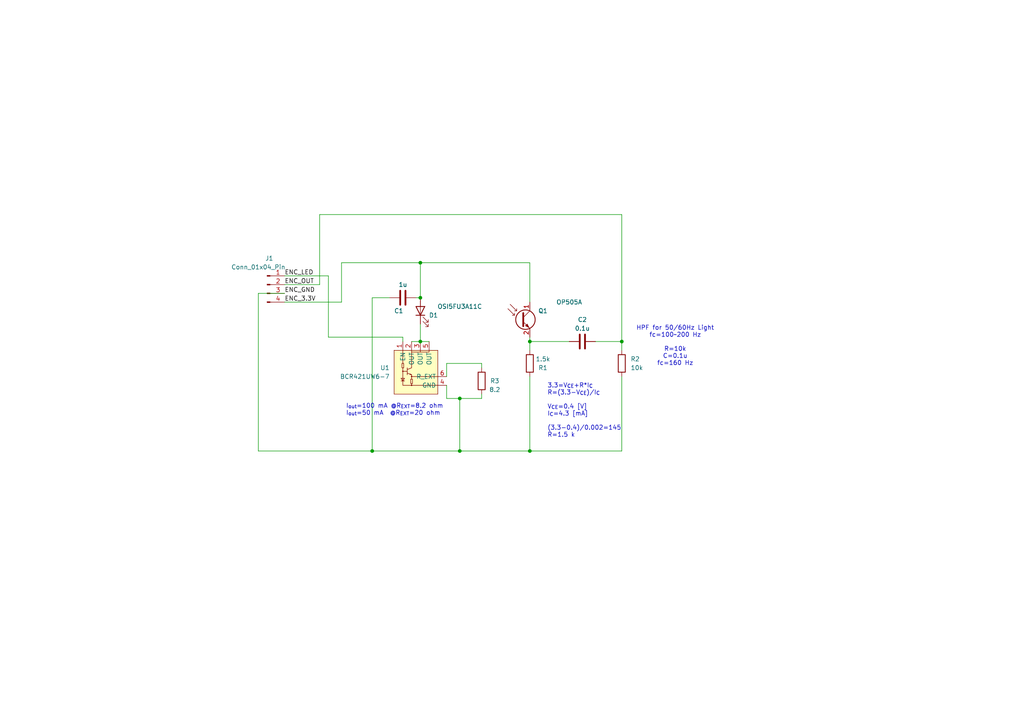
<source format=kicad_sch>
(kicad_sch (version 20231120) (generator "eeschema") (generator_version "8.0")
  (paper "A4")
  (lib_symbols
    (symbol "Connector:Conn_01x04_Pin" (pin_names (offset 1.016) hide)
      (property "Reference" "J" (at 0 5.08 0))
      (property "Value" "Conn_01x04_Pin" (at 0 -7.62 0))
      (symbol "Conn_01x04_Pin_1_1"
        (polyline (pts (xy 1.27 -5.08) (xy 0.8636 -5.08)) (stroke (width 0.1524)))
        (polyline (pts (xy 1.27 -2.54) (xy 0.8636 -2.54)) (stroke (width 0.1524)))
        (polyline (pts (xy 1.27 0) (xy 0.8636 0)) (stroke (width 0.1524)))
        (polyline (pts (xy 1.27 2.54) (xy 0.8636 2.54)) (stroke (width 0.1524)))
        (rectangle (start 0.8636 -4.953) (end 0 -5.207) (stroke (width 0.1524)) (fill (type outline)))
        (rectangle (start 0.8636 -2.413) (end 0 -2.667) (stroke (width 0.1524)) (fill (type outline)))
        (rectangle (start 0.8636 0.127) (end 0 -0.127) (stroke (width 0.1524)) (fill (type outline)))
        (rectangle (start 0.8636 2.667) (end 0 2.413) (stroke (width 0.1524)) (fill (type outline)))
        (pin passive line (at 5.08 2.54 180) (length 3.81) (name "Pin_1") (number "1"))
        (pin passive line (at 5.08 0 180) (length 3.81) (name "Pin_2") (number "2"))
        (pin passive line (at 5.08 -2.54 180) (length 3.81) (name "Pin_3") (number "3"))
        (pin passive line (at 5.08 -5.08 180) (length 3.81) (name "Pin_4") (number "4"))
      )
    )
    (symbol "Device:C" (pin_numbers hide) (pin_names (offset 0.254))
      (property "Reference" "C" (at 0.635 2.54 0))
      (property "Value" "C" (at 0.635 -2.54 0))
      (symbol "C_0_1"
        (polyline (pts (xy -2.032 -0.762) (xy 2.032 -0.762)) (stroke (width 0.508)))
        (polyline (pts (xy -2.032 0.762) (xy 2.032 0.762)) (stroke (width 0.508)))
      )
      (symbol "C_1_1"
        (pin passive line (at 0 3.81 270) (length 2.794) (name "~") (number "1"))
        (pin passive line (at 0 -3.81 90) (length 2.794) (name "~") (number "2"))
      )
    )
    (symbol "Device:LED" (pin_numbers hide) (pin_names (offset 1.016) hide)
      (property "Reference" "D" (at 0 2.54 0))
      (property "Value" "LED" (at 0 -2.54 0))
      (symbol "LED_0_1"
        (polyline (pts (xy -1.27 -1.27) (xy -1.27 1.27)) (stroke (width 0.254)))
        (polyline (pts (xy -1.27 0) (xy 1.27 0)))
        (polyline (pts (xy 1.27 -1.27) (xy 1.27 1.27) (xy -1.27 0) (xy 1.27 -1.27)) (stroke (width 0.254)))
        (polyline (pts (xy -3.048 -0.762) (xy -4.572 -2.286) (xy -3.81 -2.286) (xy -4.572 -2.286) (xy -4.572 -1.524)))
        (polyline (pts (xy -1.778 -0.762) (xy -3.302 -2.286) (xy -2.54 -2.286) (xy -3.302 -2.286) (xy -3.302 -1.524)))
      )
      (symbol "LED_1_1"
        (pin passive line (at -3.81 0 0) (length 2.54) (name "K") (number "1"))
        (pin passive line (at 3.81 0 180) (length 2.54) (name "A") (number "2"))
      )
    )
    (symbol "Device:Q_Photo_NPN" (pin_names (offset 0) hide)
      (property "Reference" "Q" (at 5.08 1.27 0))
      (property "Value" "Q_Photo_NPN" (at 5.08 -1.27 0))
      (symbol "Q_Photo_NPN_0_1"
        (polyline (pts (xy -1.905 1.27) (xy -2.54 1.27)))
        (polyline (pts (xy -1.27 2.54) (xy -1.905 2.54)))
        (polyline (pts (xy 0.635 0.635) (xy 2.54 2.54)))
        (polyline (pts (xy -3.81 3.175) (xy -1.905 1.27) (xy -1.905 1.905)))
        (polyline (pts (xy -3.175 4.445) (xy -1.27 2.54) (xy -1.27 3.175)))
        (polyline (pts (xy 0.635 -0.635) (xy 2.54 -2.54) (xy 2.54 -2.54)))
        (polyline (pts (xy 0.635 1.905) (xy 0.635 -1.905) (xy 0.635 -1.905)) (stroke (width 0.508)))
        (polyline (pts (xy 1.27 -1.778) (xy 1.778 -1.27) (xy 2.286 -2.286) (xy 1.27 -1.778) (xy 1.27 -1.778)) (fill (type outline)))
        (circle (center 1.27 0) (radius 2.8194) (stroke (width 0.254)))
      )
      (symbol "Q_Photo_NPN_1_1"
        (pin passive line (at 2.54 5.08 270) (length 2.54) (name "C") (number "1"))
        (pin passive line (at 2.54 -5.08 90) (length 2.54) (name "E") (number "2"))
      )
    )
    (symbol "Device:R" (pin_numbers hide) (pin_names (offset 0))
      (property "Reference" "R" (at 2.032 0 90))
      (property "Value" "R" (at 0 0 90))
      (symbol "R_0_1"
        (rectangle (start -1.016 -2.54) (end 1.016 2.54) (stroke (width 0.254)))
      )
      (symbol "R_1_1"
        (pin passive line (at 0 3.81 270) (length 1.27) (name "~") (number "1"))
        (pin passive line (at 0 -3.81 90) (length 1.27) (name "~") (number "2"))
      )
    )
    (symbol "wall_sensor:BCR421UW6-7"
      (property "Reference" "U" (at -4.064 1.27 0))
      (property "Value" "BCR421UW6-7" (at -8.001 -1.143 0))
      (symbol "BCR421UW6-7_0_1"
        (polyline (pts (xy 2.032 -8.89) (xy 3.048 -8.89)))
        (polyline (pts (xy 2.54 -3.81) (xy 2.54 0)))
        (polyline (pts (xy 3.81 -6.604) (xy 5.08 -7.112)))
        (polyline (pts (xy 3.81 -6.096) (xy 2.54 -6.096)))
        (polyline (pts (xy 3.81 -5.08) (xy 3.81 -7.112)))
        (polyline (pts (xy 5.08 -7.62) (xy 5.08 -8.382)))
        (polyline (pts (xy 7.62 0) (xy 7.62 -0.508)))
        (polyline (pts (xy 5.08 -10.16) (xy 2.54 -10.16) (xy 2.54 -5.08)))
        (polyline (pts (xy 5.08 -9.652) (xy 5.08 -10.16) (xy 12.7 -10.16)))
        (polyline (pts (xy 5.08 -7.112) (xy 5.08 -7.62) (xy 12.7 -7.62)))
        (polyline (pts (xy 5.08 -0.508) (xy 5.08 -5.08) (xy 3.81 -5.588)))
        (polyline (pts (xy 2.032 -8.128) (xy 3.048 -8.128) (xy 2.54 -8.89) (xy 2.032 -8.128)))
        (polyline (pts (xy 4.699 -6.858) (xy 5.08 -7.112) (xy 4.572 -6.985) (xy 4.699 -6.858)))
        (polyline (pts (xy 10.16 0) (xy 10.16 -0.508) (xy 5.08 -0.508) (xy 5.08 0)))
        (rectangle (start 2.286 -3.81) (end 2.794 -5.08))
        (circle (center 2.54 -6.096) (radius 0.127))
        (rectangle (start 4.826 -8.382) (end 5.334 -9.652))
        (circle (center 5.08 -10.16) (radius 0.127))
        (circle (center 5.08 -7.62) (radius 0.127))
      )
      (symbol "BCR421UW6-7_1_1"
        (rectangle (start 0 0) (end 12.7 -12.7) (fill (type background)))
        (pin input line (at 2.54 2.54 270) (length 2.54) (name "EN") (number "1"))
        (pin output line (at 5.08 2.54 270) (length 2.54) (name "OUT") (number "2"))
        (pin output line (at 7.62 2.54 270) (length 2.54) (name "OUT") (number "3"))
        (pin power_in line (at 15.24 -10.16 180) (length 2.54) (name "GND") (number "4"))
        (pin output line (at 10.16 2.54 270) (length 2.54) (name "OUT") (number "5"))
        (pin passive line (at 15.24 -7.62 180) (length 2.54) (name "R_EXT") (number "6"))
      )
    )
  )
  (junction (at 133.35 130.81))
  (junction (at 153.67 130.81))
  (junction (at 180.34 99.06))
  (junction (at 121.92 86.36))
  (junction (at 121.92 99.06))
  (junction (at 121.92 76.2))
  (junction (at 107.95 130.81))
  (junction (at 153.67 99.06))
  (junction (at 133.35 115.57))
  (wire (pts (xy 74.93 130.81) (xy 107.95 130.81)))
  (wire (pts (xy 92.71 62.23) (xy 180.34 62.23)))
  (wire (pts (xy 165.1 99.06) (xy 153.67 99.06)))
  (wire (pts (xy 74.93 85.09) (xy 74.93 130.81)))
  (wire (pts (xy 129.54 115.57) (xy 133.35 115.57)))
  (wire (pts (xy 107.95 86.36) (xy 107.95 130.81)))
  (wire (pts (xy 180.34 101.6) (xy 180.34 99.06)))
  (wire (pts (xy 82.55 80.01) (xy 95.25 80.01)))
  (wire (pts (xy 121.92 93.98) (xy 121.92 99.06)))
  (wire (pts (xy 121.92 99.06) (xy 124.46 99.06)))
  (wire (pts (xy 116.84 97.79) (xy 116.84 99.06)))
  (wire (pts (xy 133.35 115.57) (xy 133.35 130.81)))
  (wire (pts (xy 129.54 111.76) (xy 129.54 115.57)))
  (wire (pts (xy 133.35 130.81) (xy 153.67 130.81)))
  (wire (pts (xy 95.25 97.79) (xy 116.84 97.79)))
  (wire (pts (xy 139.7 105.41) (xy 139.7 106.68)))
  (wire (pts (xy 92.71 82.55) (xy 82.55 82.55)))
  (wire (pts (xy 82.55 85.09) (xy 74.93 85.09)))
  (wire (pts (xy 139.7 114.3) (xy 139.7 115.57)))
  (wire (pts (xy 129.54 105.41) (xy 139.7 105.41)))
  (wire (pts (xy 119.38 99.06) (xy 121.92 99.06)))
  (wire (pts (xy 121.92 76.2) (xy 121.92 86.36)))
  (wire (pts (xy 95.25 80.01) (xy 95.25 97.79)))
  (wire (pts (xy 153.67 101.6) (xy 153.67 99.06)))
  (wire (pts (xy 129.54 109.22) (xy 129.54 105.41)))
  (wire (pts (xy 153.67 76.2) (xy 121.92 76.2)))
  (wire (pts (xy 153.67 130.81) (xy 180.34 130.81)))
  (wire (pts (xy 82.55 87.63) (xy 99.06 87.63)))
  (wire (pts (xy 121.92 76.2) (xy 99.06 76.2)))
  (wire (pts (xy 99.06 76.2) (xy 99.06 87.63)))
  (wire (pts (xy 139.7 115.57) (xy 133.35 115.57)))
  (wire (pts (xy 107.95 130.81) (xy 133.35 130.81)))
  (wire (pts (xy 120.65 86.36) (xy 121.92 86.36)))
  (wire (pts (xy 153.67 109.22) (xy 153.67 130.81)))
  (wire (pts (xy 180.34 109.22) (xy 180.34 130.81)))
  (wire (pts (xy 92.71 62.23) (xy 92.71 82.55)))
  (wire (pts (xy 107.95 86.36) (xy 113.03 86.36)))
  (wire (pts (xy 153.67 97.79) (xy 153.67 99.06)))
  (wire (pts (xy 153.67 76.2) (xy 153.67 87.63)))
  (wire (pts (xy 180.34 62.23) (xy 180.34 99.06)))
  (wire (pts (xy 172.72 99.06) (xy 180.34 99.06)))
  (text "HPF for 50/60Hz Light\nfc=100~200 Hz\n\nR=10k\nC=0.1u\nfc=160 Hz" (at 195.834 100.33 0) (effects (font (size 1.27 1.27))))
  (text "3.3=V_{CE}+R*I_{C}\nR=(3.3-V_{CE})/I_{C}\n\nV_{CE}=0.4 [V]\nI_{C}=4.3 [mA]\n\n(3.3-0.4)/0.002=145\nR=1.5 k" (at 158.75 127 0) (effects (font (size 1.27 1.27)) (justify left bottom)))
  (text "I_{out}=100 mA @R_{EXT}=8.2 ohm \nI_{out}=50 mA  @R_{EXT}=20 ohm \n" (at 100.33 120.65 0) (effects (font (size 1.27 1.27)) (justify left bottom)))
  (label "ENC_GND" (at 82.55 85.09 0))
  (label "ENC_LED" (at 82.55 80.01 0))
  (label "ENC_OUT" (at 82.55 82.55 0))
  (label "ENC_3.3V" (at 82.55 87.63 0))
  (symbol (lib_id "Connector:Conn_01x04_Pin") (at 77.47 82.55 0) (unit 1)
    (property "Reference" "J1" (at 78.105 74.93 0))
    (property "Value" "Conn_01x04_Pin" (at 74.93 77.47 0))
    (property "Footprint" "makyi_mouse:wall_sensor_board" (effects (hide yes)))
    (property "check_order" "-" (effects (hide yes)))
    (instances (project "wall_sensor_v2" (path "" (reference "J1") (unit 1))) (project "wall_sensor" (path "" (reference "J4") (unit 1))) (project "makyi_mouse" (path "" (reference "J9") (unit 1)) (path "" (reference "J2") (unit 1)) (path "" (reference "J4") (unit 1)) (path "" (reference "J7") (unit 1))))
  )
  (symbol (lib_id "Device:C") (at 168.91 99.06 270) (unit 1)
    (property "Reference" "C2" (at 168.91 92.71 90))
    (property "Value" "0.1u" (at 168.91 95.25 90))
    (property "Footprint" "Capacitor_SMD:C_0402_1005Metric" (effects (hide yes)))
    (property "order_URL" "https://www.digikey.jp/ja/products/detail/murata-electronics/GRM155R61E105KA12D/4905139" (effects (hide yes)))
    (property "check_order" "ok" (effects (hide yes)))
    (instances (project "wall_sensor_v2" (path "" (reference "C2") (unit 1))) (project "wall_sensor" (path "" (reference "C2") (unit 1))) (project "makyi_mouse" (path "" (reference "C15") (unit 1)) (path "" (reference "C9") (unit 1)) (path "" (reference "C11") (unit 1)) (path "" (reference "C13") (unit 1))))
  )
  (symbol (lib_id "Device:LED") (at 121.92 90.17 90) (unit 1)
    (property "Reference" "D1" (at 125.73 91.44 90))
    (property "Value" "OSI5FU3A11C" (at 133.35 88.9 90))
    (property "Footprint" "makyi_mouse:LED" (effects (hide yes)))
    (property "Datasheet" "https://akizukidenshi.com/goodsaffix/OSI5FU3A11C.pdf" (effects (hide yes)))
    (property "order_URL" "https://akizukidenshi.com/catalog/g/g104313/" (effects (hide yes)))
    (property "check_order" "aki" (effects (hide yes)))
    (instances (project "wall_sensor_v2" (path "" (reference "D1") (unit 1))) (project "wall_sensor" (path "" (reference "D1") (unit 1))) (project "makyi_mouse" (path "" (reference "D6") (unit 1)) (path "" (reference "D3") (unit 1)) (path "" (reference "D4") (unit 1)) (path "" (reference "D5") (unit 1))))
  )
  (symbol (lib_id "Device:R") (at 139.7 110.49 180) (unit 1)
    (property "Reference" "R3" (at 143.51 110.49 0))
    (property "Value" "8.2" (at 143.51 113.03 0))
    (property "Footprint" "Resistor_SMD:R_0402_1005Metric" (effects (hide yes)))
    (property "order_URL" "https://www.digikey.jp/ja/products/detail/yageo/RC0402FR-078R2L/5917766" (effects (hide yes)))
    (property "check_order" "-" (effects (hide yes)))
    (instances (project "wall_sensor_v2" (path "" (reference "R3") (unit 1))) (project "wall_sensor" (path "" (reference "R4") (unit 1))) (project "makyi_mouse" (path "" (reference "R19") (unit 1)) (path "" (reference "R10") (unit 1)) (path "" (reference "R13") (unit 1)) (path "" (reference "R16") (unit 1))))
  )
  (symbol (lib_id "Device:Q_Photo_NPN") (at 151.13 92.71 0) (unit 1)
    (property "Reference" "Q1" (at 157.48 90.17 0))
    (property "Value" "OP505A" (at 165.1 87.63 0))
    (property "Footprint" "makyi_mouse:LED_photo_tr" (effects (hide yes)))
    (property "Datasheet" "https://www.ttelectronics.com/TTElectronics/media/ProductFiles/Datasheet/OP505-506-535-705.pdf" (effects (hide yes)))
    (property "order_URL" "https://www.digikey.jp/ja/products/detail/tt-electronics-optek-technology/OP505A/498692" (effects (hide yes)))
    (property "check_order" "ok" (effects (hide yes)))
    (instances (project "wall_sensor_v2" (path "" (reference "Q1") (unit 1))) (project "wall_sensor" (path "" (reference "Q1") (unit 1))) (project "makyi_mouse" (path "" (reference "Q6") (unit 1)) (path "" (reference "Q3") (unit 1)) (path "" (reference "Q4") (unit 1)) (path "" (reference "Q5") (unit 1))))
  )
  (symbol (lib_id "Device:R") (at 180.34 105.41 0) (unit 1)
    (property "Reference" "R2" (at 182.88 104.1399 0) (effects (justify left)))
    (property "Value" "10k" (at 182.88 106.6799 0) (effects (justify left)))
    (property "Footprint" "Resistor_SMD:R_0402_1005Metric" (effects (hide yes)))
    (property "order_URL" "https://www.digikey.jp/ja/products/detail/yageo/RC0402FR-074K3L/726604" (effects (hide yes)))
    (property "check_order" "-" (effects (hide yes)))
    (instances (project "wall_sensor_v2" (path "" (reference "R2") (unit 1))) (project "wall_sensor" (path "" (reference "R2") (unit 1))) (project "makyi_mouse" (path "" (reference "R18") (unit 1)) (path "" (reference "R9") (unit 1)) (path "" (reference "R12") (unit 1)) (path "" (reference "R15") (unit 1))))
  )
  (symbol (lib_id "wall_sensor:BCR421UW6-7") (at 114.3 101.6 0) (unit 1)
    (property "Reference" "U1" (at 113.03 106.68 0) (effects (justify right)))
    (property "Value" "BCR421UW6-7" (at 113.03 109.22 0) (effects (justify right)))
    (property "Footprint" "Package_TO_SOT_SMD:SOT-23-6" (effects (hide yes)))
    (property "Datasheet" "https://www.diodes.com/assets/Datasheets/BCR420UW6-BCR421UW6.pdf" (effects (hide yes)))
    (property "order_URL" "https://www.digikey.jp/ja/products/detail/diodes-incorporated/BCR421UW6-7/5247740" (effects (hide yes)))
    (property "check_order" "ok" (effects (hide yes)))
    (instances (project "wall_sensor_v2" (path "" (reference "U1") (unit 1))) (project "wall_sensor" (path "" (reference "U1") (unit 1))) (project "makyi_mouse" (path "" (reference "U7") (unit 1)) (path "" (reference "U4") (unit 1)) (path "" (reference "U5") (unit 1)) (path "" (reference "U6") (unit 1))))
  )
  (symbol (lib_id "Device:R") (at 153.67 105.41 0) (unit 1)
    (property "Reference" "R1" (at 157.48 106.68 0))
    (property "Value" "1.5k" (at 157.48 104.14 0))
    (property "Footprint" "Resistor_SMD:R_0402_1005Metric" (effects (hide yes)))
    (property "order_URL" "https://www.digikey.jp/ja/products/detail/yageo/RC0402FR-074K3L/726604" (effects (hide yes)))
    (property "check_order" "-" (effects (hide yes)))
    (instances (project "wall_sensor_v2" (path "" (reference "R1") (unit 1))) (project "wall_sensor" (path "" (reference "R1") (unit 1))) (project "makyi_mouse" (path "" (reference "R17") (unit 1)) (path "" (reference "R8") (unit 1)) (path "" (reference "R11") (unit 1)) (path "" (reference "R14") (unit 1))))
  )
  (symbol (lib_id "Device:C") (at 116.84 86.36 270) (unit 1)
    (property "Reference" "C1" (at 114.3 90.17 90) (effects (justify left)))
    (property "Value" "1u" (at 115.57 82.55 90) (effects (justify left)))
    (property "Footprint" "Capacitor_SMD:C_0402_1005Metric" (effects (hide yes)))
    (property "order_URL" "https://www.digikey.jp/ja/products/detail/murata-electronics/GRM155R61E105KA12D/4905139" (effects (hide yes)))
    (property "check_order" "ok" (effects (hide yes)))
    (instances (project "wall_sensor_v2" (path "" (reference "C1") (unit 1))) (project "wall_sensor" (path "" (reference "C1") (unit 1))) (project "makyi_mouse" (path "" (reference "C14") (unit 1)) (path "" (reference "C8") (unit 1)) (path "" (reference "C10") (unit 1)) (path "" (reference "C12") (unit 1))))
  )
)
</source>
